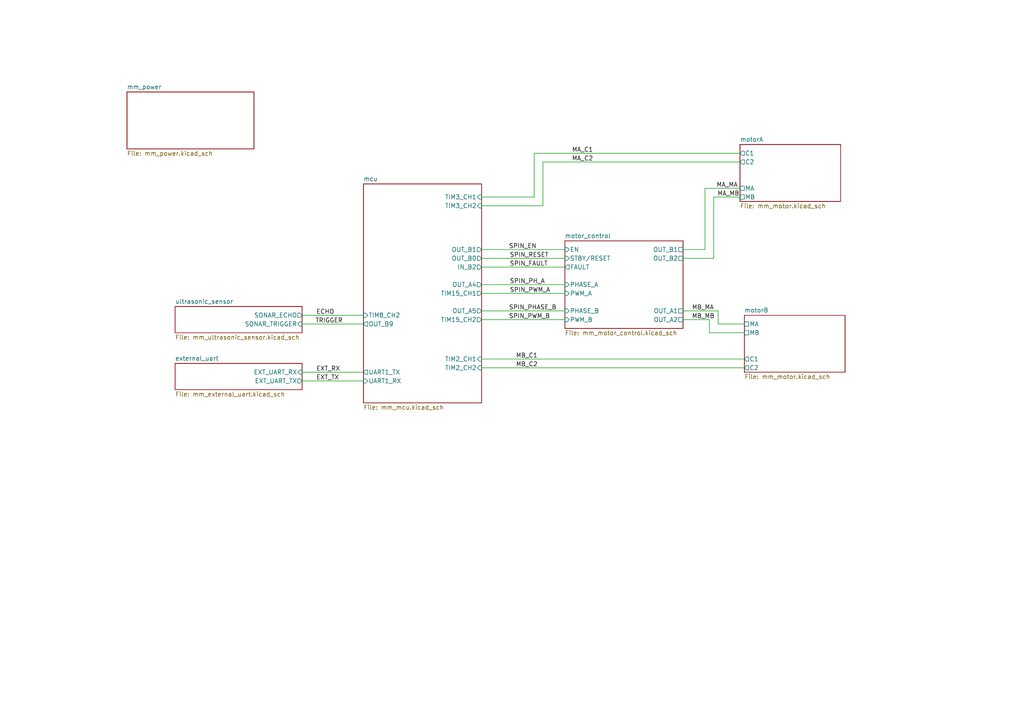
<source format=kicad_sch>
(kicad_sch (version 20230121) (generator eeschema)
  (paper "A4")
  (lib_symbols)
  (wire (pts (xy 87.63 110.49) (xy 105.41 110.49)))
  (wire (pts (xy 139.7 77.47) (xy 163.83 77.47)))
  (wire (pts (xy 139.7 57.15) (xy 154.94 57.15)))
  (wire (pts (xy 139.7 85.09) (xy 163.83 85.09)))
  (wire (pts (xy 198.12 90.17) (xy 208.28 90.17)))
  (wire (pts (xy 139.7 82.55) (xy 163.83 82.55)))
  (wire (pts (xy 204.47 72.39) (xy 204.47 54.61)))
  (wire (pts (xy 139.7 74.93) (xy 163.83 74.93)))
  (wire (pts (xy 198.12 92.71) (xy 205.74 92.71)))
  (wire (pts (xy 139.7 72.39) (xy 163.83 72.39)))
  (wire (pts (xy 157.48 46.99) (xy 157.48 59.69)))
  (wire (pts (xy 204.47 54.61) (xy 214.63 54.61)))
  (wire (pts (xy 87.63 107.95) (xy 105.41 107.95)))
  (wire (pts (xy 87.63 91.44) (xy 105.41 91.44)))
  (wire (pts (xy 139.7 92.71) (xy 163.83 92.71)))
  (wire (pts (xy 214.63 46.99) (xy 157.48 46.99)))
  (wire (pts (xy 207.01 57.15) (xy 214.63 57.15)))
  (wire (pts (xy 208.28 90.17) (xy 208.28 93.98)))
  (wire (pts (xy 205.74 96.52) (xy 215.9 96.52)))
  (wire (pts (xy 208.28 93.98) (xy 215.9 93.98)))
  (wire (pts (xy 205.74 92.71) (xy 205.74 96.52)))
  (wire (pts (xy 198.12 74.93) (xy 207.01 74.93)))
  (wire (pts (xy 139.7 90.17) (xy 163.83 90.17)))
  (wire (pts (xy 139.7 104.14) (xy 215.9 104.14)))
  (wire (pts (xy 87.63 93.98) (xy 105.41 93.98)))
  (wire (pts (xy 139.7 106.68) (xy 215.9 106.68)))
  (wire (pts (xy 154.94 57.15) (xy 154.94 44.45)))
  (wire (pts (xy 198.12 72.39) (xy 204.47 72.39)))
  (wire (pts (xy 207.01 74.93) (xy 207.01 57.15)))
  (wire (pts (xy 157.48 59.69) (xy 139.7 59.69)))
  (wire (pts (xy 154.94 44.45) (xy 214.63 44.45)))
  (label "ECHO" (at 91.694 91.44 0))
  (label "MB_MB" (at 200.66 92.71 0))
  (label "MB_MA" (at 200.66 90.17 0))
  (label "TRIGGER" (at 91.44 93.98 0))
  (label "SPIN_FAULT" (at 147.828 77.47 0))
  (label "SPIN_PH_A" (at 147.828 82.55 0))
  (label "MB_C2" (at 149.606 106.68 0))
  (label "MA_C1" (at 165.862 44.45 0))
  (label "SPIN_PWM_B" (at 147.574 92.71 0))
  (label "MA_MB" (at 208.026 57.15 0))
  (label "EXT_TX" (at 91.694 110.49 0))
  (label "EXT_RX" (at 91.694 107.95 0))
  (label "SPIN_EN" (at 147.574 72.39 0))
  (label "SPIN_PHASE_B" (at 147.574 90.17 0))
  (label "MA_C2" (at 165.862 46.99 0))
  (label "SPIN_RESET" (at 147.828 74.93 0))
  (label "MB_C1" (at 149.606 104.14 0))
  (label "MA_MA" (at 207.772 54.61 0))
  (label "SPIN_PWM_A" (at 147.828 85.09 0))
  (sheet (at 163.83 69.85) (size 34.29 25.4) (stroke (width 0.1524))
    (property "Sheetname" "motor_control" (at 163.83 69.1384 0) (effects (justify left bottom)))
    (property "Sheetfile" "mm_motor_control.kicad_sch" (at 163.83 95.8346 0) (effects (justify left top)))
    (pin "OUT_A2" passive (at 198.12 92.71 0))
    (pin "OUT_B1" passive (at 198.12 72.39 0))
    (pin "OUT_B2" passive (at 198.12 74.93 0))
    (pin "OUT_A1" passive (at 198.12 90.17 0))
    (pin "PWM_B" input (at 163.83 92.71 180))
    (pin "PHASE_A" input (at 163.83 82.55 180))
    (pin "PWM_A" input (at 163.83 85.09 180))
    (pin "PHASE_B" input (at 163.83 90.17 180))
    (pin "STBY{slash}RESET" input (at 163.83 74.93 180))
    (pin "EN" input (at 163.83 72.39 180))
    (pin "FAULT" output (at 163.83 77.47 180))
  )
  (sheet (at 50.8 88.9) (size 36.83 7.62) (stroke (width 0.1524))
    (property "Sheetname" "ultrasonic_sensor" (at 50.8 88.1884 0) (effects (justify left bottom)))
    (property "Sheetfile" "mm_ultrasonic_sensor.kicad_sch" (at 50.8 97.1046 0) (effects (justify left top)))
    (pin "SONAR_ECHO" output (at 87.63 91.44 0))
    (pin "SONAR_TRIGGER" input (at 87.63 93.98 0))
  )
  (sheet (at 215.9 91.44) (size 29.21 16.51) (stroke (width 0.1524))
    (property "Sheetname" "motorB" (at 215.9 90.7284 0) (effects (justify left bottom)))
    (property "Sheetfile" "mm_motor.kicad_sch" (at 215.9 108.5346 0) (effects (justify left top)))
    (pin "C1" output (at 215.9 104.14 180))
    (pin "MB" passive (at 215.9 96.52 180))
    (pin "C2" output (at 215.9 106.68 180))
    (pin "MA" passive (at 215.9 93.98 180))
  )
  (sheet (at 36.83 26.67) (size 36.83 16.51) (stroke (width 0.1524))
    (property "Sheetname" "mm_power" (at 36.83 25.9584 0) (effects (justify left bottom)))
    (property "Sheetfile" "mm_power.kicad_sch" (at 36.83 43.7646 0) (effects (justify left top)))
  )
  (sheet (at 214.63 41.91) (size 29.21 16.51) (stroke (width 0.1524))
    (property "Sheetname" "motorA" (at 214.63 41.1984 0) (effects (justify left bottom)))
    (property "Sheetfile" "mm_motor.kicad_sch" (at 214.63 59.0046 0) (effects (justify left top)))
    (pin "C1" output (at 214.63 44.45 180))
    (pin "MB" passive (at 214.63 57.15 180))
    (pin "C2" output (at 214.63 46.99 180))
    (pin "MA" passive (at 214.63 54.61 180))
  )
  (sheet (at 105.41 53.34) (size 34.29 63.5) (stroke (width 0.1524))
    (property "Sheetname" "mcu" (at 105.41 52.6284 0) (effects (justify left bottom)))
    (property "Sheetfile" "mm_mcu.kicad_sch" (at 105.41 117.4246 0) (effects (justify left top)))
    (pin "OUT_B0" output (at 139.7 74.93 0))
    (pin "OUT_B1" output (at 139.7 72.39 0))
    (pin "IN_B2" output (at 139.7 77.47 0))
    (pin "UART1_TX" output (at 105.41 107.95 180))
    (pin "UART1_RX" input (at 105.41 110.49 180))
    (pin "TIM8_CH2" input (at 105.41 91.44 180))
    (pin "OUT_B9" output (at 105.41 93.98 180))
    (pin "TIM2_CH2" input (at 139.7 106.68 0))
    (pin "TIM2_CH1" input (at 139.7 104.14 0))
    (pin "TIM15_CH2" output (at 139.7 92.71 0))
    (pin "TIM15_CH1" output (at 139.7 85.09 0))
    (pin "OUT_A4" output (at 139.7 82.55 0))
    (pin "OUT_A5" output (at 139.7 90.17 0))
    (pin "TIM3_CH1" input (at 139.7 57.15 0))
    (pin "TIM3_CH2" input (at 139.7 59.69 0))
  )
  (sheet (at 50.8 105.41) (size 36.83 7.62) (stroke (width 0.1524))
    (property "Sheetname" "external_uart" (at 50.8 104.6984 0) (effects (justify left bottom)))
    (property "Sheetfile" "mm_external_uart.kicad_sch" (at 50.8 113.6146 0) (effects (justify left top)))
    (pin "EXT_UART_RX" input (at 87.63 107.95 0))
    (pin "EXT_UART_TX" output (at 87.63 110.49 0))
  )
)
</source>
